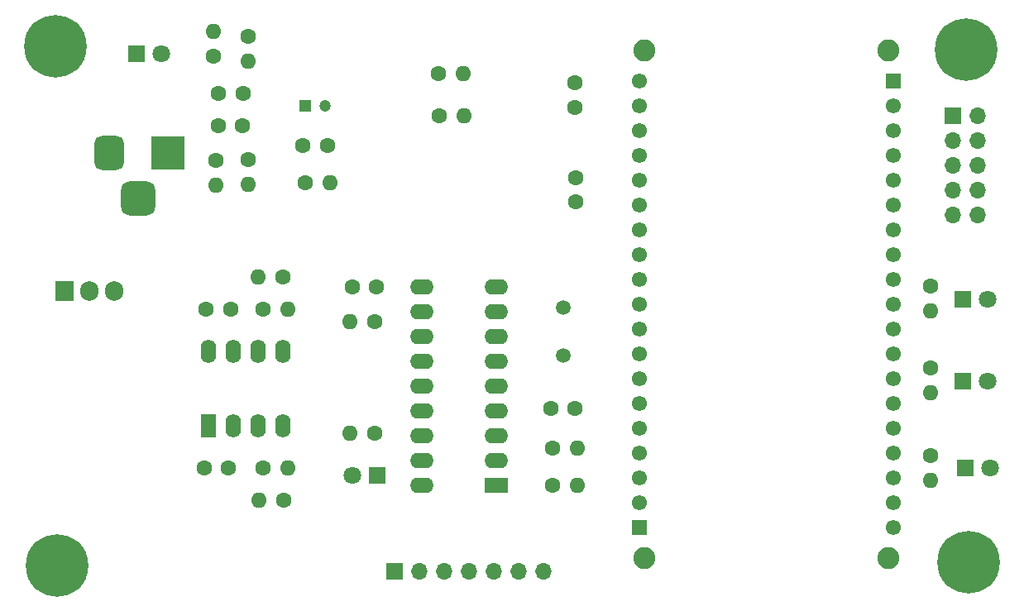
<source format=gbr>
%TF.GenerationSoftware,KiCad,Pcbnew,8.0.5*%
%TF.CreationDate,2024-12-04T22:36:59+01:00*%
%TF.ProjectId,ESP-Unit,4553502d-556e-4697-942e-6b696361645f,rev?*%
%TF.SameCoordinates,Original*%
%TF.FileFunction,Soldermask,Bot*%
%TF.FilePolarity,Negative*%
%FSLAX46Y46*%
G04 Gerber Fmt 4.6, Leading zero omitted, Abs format (unit mm)*
G04 Created by KiCad (PCBNEW 8.0.5) date 2024-12-04 22:36:59*
%MOMM*%
%LPD*%
G01*
G04 APERTURE LIST*
G04 Aperture macros list*
%AMRoundRect*
0 Rectangle with rounded corners*
0 $1 Rounding radius*
0 $2 $3 $4 $5 $6 $7 $8 $9 X,Y pos of 4 corners*
0 Add a 4 corners polygon primitive as box body*
4,1,4,$2,$3,$4,$5,$6,$7,$8,$9,$2,$3,0*
0 Add four circle primitives for the rounded corners*
1,1,$1+$1,$2,$3*
1,1,$1+$1,$4,$5*
1,1,$1+$1,$6,$7*
1,1,$1+$1,$8,$9*
0 Add four rect primitives between the rounded corners*
20,1,$1+$1,$2,$3,$4,$5,0*
20,1,$1+$1,$4,$5,$6,$7,0*
20,1,$1+$1,$6,$7,$8,$9,0*
20,1,$1+$1,$8,$9,$2,$3,0*%
G04 Aperture macros list end*
%ADD10R,1.600000X2.400000*%
%ADD11O,1.600000X2.400000*%
%ADD12O,1.600000X1.600000*%
%ADD13C,1.600000*%
%ADD14C,0.800000*%
%ADD15C,6.400000*%
%ADD16C,1.500000*%
%ADD17C,1.200000*%
%ADD18R,1.200000X1.200000*%
%ADD19R,1.800000X1.800000*%
%ADD20C,1.800000*%
%ADD21R,2.400000X1.600000*%
%ADD22O,2.400000X1.600000*%
%ADD23O,1.905000X2.000000*%
%ADD24R,1.905000X2.000000*%
%ADD25R,1.700000X1.700000*%
%ADD26O,1.700000X1.700000*%
%ADD27RoundRect,0.875000X-0.875000X-0.875000X0.875000X-0.875000X0.875000X0.875000X-0.875000X0.875000X0*%
%ADD28RoundRect,0.750000X-0.750000X-1.000000X0.750000X-1.000000X0.750000X1.000000X-0.750000X1.000000X0*%
%ADD29R,3.500000X3.500000*%
%ADD30C,2.250000*%
%ADD31RoundRect,0.102000X-0.675000X-0.675000X0.675000X-0.675000X0.675000X0.675000X-0.675000X0.675000X0*%
%ADD32C,1.554000*%
G04 APERTURE END LIST*
D10*
%TO.C,U3*%
X172003000Y-93477000D03*
D11*
X174543000Y-93477000D03*
X177083000Y-93477000D03*
X179623000Y-93477000D03*
X179623000Y-85857000D03*
X177083000Y-85857000D03*
X174543000Y-85857000D03*
X172003000Y-85857000D03*
%TD*%
D12*
%TO.C,R1*%
X172720000Y-68834000D03*
D13*
X172720000Y-66294000D03*
%TD*%
%TO.C,C1*%
X175494000Y-62738000D03*
X172994000Y-62738000D03*
%TD*%
D14*
%TO.C,H4*%
X154064000Y-107776944D03*
X154766944Y-106079888D03*
X154766944Y-109474000D03*
X156464000Y-105376944D03*
D15*
X156464000Y-107776944D03*
D14*
X156464000Y-110176944D03*
X158161056Y-106079888D03*
X158161056Y-109474000D03*
X158864000Y-107776944D03*
%TD*%
D13*
%TO.C,R3*%
X177572000Y-97780000D03*
D12*
X180112000Y-97780000D03*
%TD*%
D13*
%TO.C,R16*%
X245872000Y-79219000D03*
D12*
X245872000Y-81759000D03*
%TD*%
D13*
%TO.C,R14*%
X177552000Y-81524000D03*
D12*
X180092000Y-81524000D03*
%TD*%
D16*
%TO.C,Y1*%
X208280000Y-86270000D03*
X208280000Y-81390000D03*
%TD*%
D13*
%TO.C,R9*%
X188996000Y-82804000D03*
D12*
X186456000Y-82804000D03*
%TD*%
D17*
%TO.C,C7*%
X183907401Y-60706000D03*
D18*
X181907401Y-60706000D03*
%TD*%
D13*
%TO.C,C2*%
X173014000Y-59436000D03*
X175514000Y-59436000D03*
%TD*%
D19*
%TO.C,D5*%
X249423000Y-97819000D03*
D20*
X251963000Y-97819000D03*
%TD*%
D13*
%TO.C,C4*%
X209510000Y-91694000D03*
X207010000Y-91694000D03*
%TD*%
%TO.C,C3*%
X171525000Y-97780000D03*
X174025000Y-97780000D03*
%TD*%
D21*
%TO.C,IC1*%
X201437000Y-99558000D03*
D22*
X201437000Y-97018000D03*
X201437000Y-94478000D03*
X201437000Y-91938000D03*
X201437000Y-89398000D03*
X201437000Y-86858000D03*
X201437000Y-84318000D03*
X201437000Y-81778000D03*
X201437000Y-79238000D03*
X193817000Y-79238000D03*
X193817000Y-81778000D03*
X193817000Y-84318000D03*
X193817000Y-86858000D03*
X193817000Y-89398000D03*
X193817000Y-91938000D03*
X193817000Y-94478000D03*
X193817000Y-97018000D03*
X193817000Y-99558000D03*
%TD*%
D13*
%TO.C,R17*%
X245872000Y-96520000D03*
D12*
X245872000Y-99060000D03*
%TD*%
D20*
%TO.C,D1*%
X167127000Y-55372000D03*
D19*
X164587000Y-55372000D03*
%TD*%
D13*
%TO.C,R8*%
X207215000Y-95758000D03*
D12*
X209755000Y-95758000D03*
%TD*%
D23*
%TO.C,U2*%
X162306000Y-79685000D03*
X159766000Y-79685000D03*
D24*
X157226000Y-79685000D03*
%TD*%
D25*
%TO.C,J3*%
X191008000Y-108433000D03*
D26*
X193548000Y-108433000D03*
X196088000Y-108433000D03*
X198628000Y-108433000D03*
X201168000Y-108433000D03*
X203708000Y-108433000D03*
X206248000Y-108433000D03*
%TD*%
D25*
%TO.C,J2*%
X248153000Y-61727000D03*
D26*
X250693000Y-61727000D03*
X248153000Y-64267000D03*
X250693000Y-64267000D03*
X248153000Y-66807000D03*
X250693000Y-66807000D03*
X248153000Y-69347000D03*
X250693000Y-69347000D03*
X248153000Y-71887000D03*
X250693000Y-71887000D03*
%TD*%
D13*
%TO.C,R10*%
X207215000Y-99568000D03*
D12*
X209755000Y-99568000D03*
%TD*%
D13*
%TO.C,R18*%
X245872000Y-87601000D03*
D12*
X245872000Y-90141000D03*
%TD*%
D13*
%TO.C,C9*%
X209550000Y-68092000D03*
X209550000Y-70592000D03*
%TD*%
%TO.C,R15*%
X179613000Y-78222000D03*
D12*
X177073000Y-78222000D03*
%TD*%
D13*
%TO.C,R12*%
X195580000Y-61722000D03*
D12*
X198120000Y-61722000D03*
%TD*%
D19*
%TO.C,D3*%
X249169000Y-80518000D03*
D20*
X251709000Y-80518000D03*
%TD*%
D14*
%TO.C,H2*%
X247422000Y-107442000D03*
X248124944Y-105744944D03*
X248124944Y-109139056D03*
X249822000Y-105042000D03*
D15*
X249822000Y-107442000D03*
D14*
X249822000Y-109842000D03*
X251519056Y-105744944D03*
X251519056Y-109139056D03*
X252222000Y-107442000D03*
%TD*%
D12*
%TO.C,R6*%
X176022000Y-56134000D03*
D13*
X176022000Y-53594000D03*
%TD*%
D27*
%TO.C,J1*%
X164798000Y-70232000D03*
D28*
X161798000Y-65532000D03*
D29*
X167798000Y-65532000D03*
%TD*%
D13*
%TO.C,R11*%
X188971000Y-94234000D03*
D12*
X186431000Y-94234000D03*
%TD*%
D19*
%TO.C,D2*%
X189230000Y-98552000D03*
D20*
X186690000Y-98552000D03*
%TD*%
D12*
%TO.C,R7*%
X184406401Y-68580000D03*
D13*
X181866401Y-68580000D03*
%TD*%
%TO.C,C6*%
X189210000Y-79248000D03*
X186710000Y-79248000D03*
%TD*%
%TO.C,C8*%
X209522000Y-58371500D03*
X209522000Y-60871500D03*
%TD*%
%TO.C,R13*%
X195551000Y-57404000D03*
D12*
X198091000Y-57404000D03*
%TD*%
D30*
%TO.C,U1*%
X216608000Y-55026000D03*
X216608000Y-107026000D03*
X241608000Y-55026000D03*
X241608000Y-107026000D03*
D31*
X242108000Y-58166000D03*
D32*
X242108000Y-60706000D03*
X242108000Y-63246000D03*
X242108000Y-65786000D03*
X242108000Y-68326000D03*
X242108000Y-70866000D03*
X242108000Y-73406000D03*
X242108000Y-75946000D03*
X242108000Y-78486000D03*
X242108000Y-81026000D03*
X242108000Y-83566000D03*
X242108000Y-86106000D03*
X242108000Y-88646000D03*
X242108000Y-91186000D03*
X242108000Y-93726000D03*
X242108000Y-96266000D03*
X242108000Y-98806000D03*
X242108000Y-101346000D03*
X242108000Y-103886000D03*
D31*
X216108000Y-103886000D03*
D32*
X216108000Y-101346000D03*
X216108000Y-98806000D03*
X216108000Y-96266000D03*
X216108000Y-93726000D03*
X216108000Y-91186000D03*
X216108000Y-88646000D03*
X216108000Y-86106000D03*
X216108000Y-83566000D03*
X216108000Y-81026000D03*
X216108000Y-78486000D03*
X216108000Y-75946000D03*
X216108000Y-73406000D03*
X216108000Y-70866000D03*
X216108000Y-68326000D03*
X216108000Y-65786000D03*
X216108000Y-63246000D03*
X216108000Y-60706000D03*
X216108000Y-58166000D03*
%TD*%
D14*
%TO.C,H3*%
X247108944Y-54944944D03*
X247811888Y-53247888D03*
X247811888Y-56642000D03*
X249508944Y-52544944D03*
D15*
X249508944Y-54944944D03*
D14*
X249508944Y-57344944D03*
X251206000Y-53247888D03*
X251206000Y-56642000D03*
X251908944Y-54944944D03*
%TD*%
D13*
%TO.C,R5*%
X179662000Y-101082000D03*
D12*
X177122000Y-101082000D03*
%TD*%
%TO.C,R4*%
X172466000Y-53115000D03*
D13*
X172466000Y-55655000D03*
%TD*%
D14*
%TO.C,H1*%
X153950000Y-54610000D03*
X154652944Y-52912944D03*
X154652944Y-56307056D03*
X156350000Y-52210000D03*
D15*
X156350000Y-54610000D03*
D14*
X156350000Y-57010000D03*
X158047056Y-52912944D03*
X158047056Y-56307056D03*
X158750000Y-54610000D03*
%TD*%
D19*
%TO.C,D4*%
X249169000Y-88900000D03*
D20*
X251709000Y-88900000D03*
%TD*%
D13*
%TO.C,C10*%
X174259000Y-81524000D03*
X171759000Y-81524000D03*
%TD*%
%TO.C,C5*%
X181661401Y-64770000D03*
X184161401Y-64770000D03*
%TD*%
D12*
%TO.C,R2*%
X176022000Y-68805000D03*
D13*
X176022000Y-66265000D03*
%TD*%
M02*

</source>
